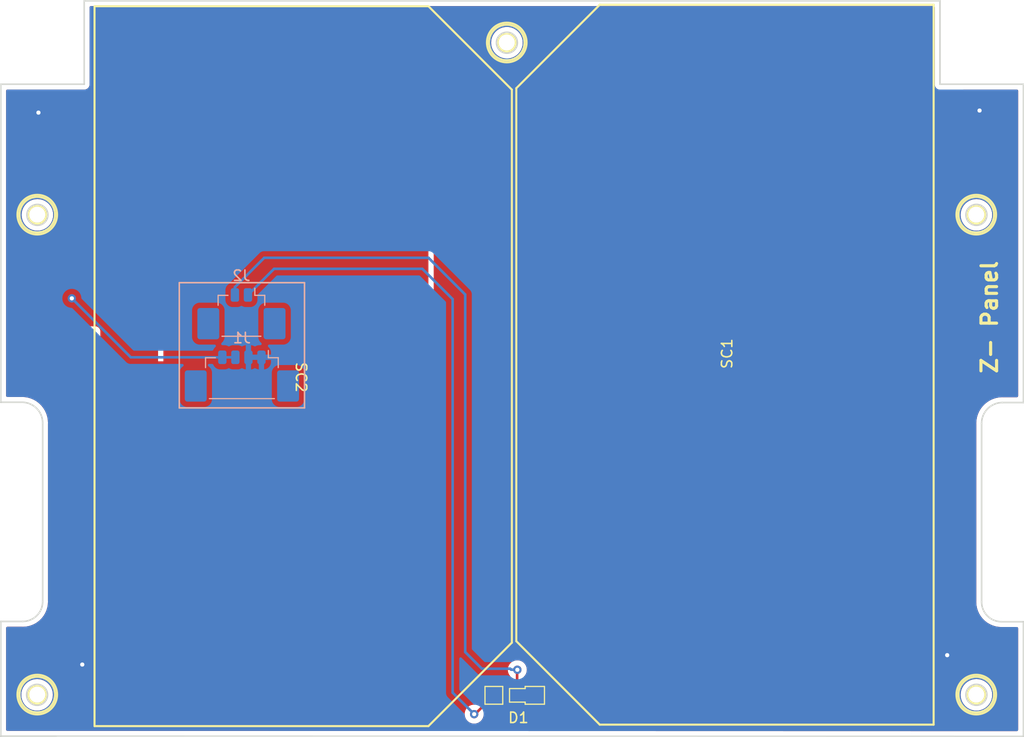
<source format=kicad_pcb>
(kicad_pcb (version 20211014) (generator pcbnew)
  (title_block (title "Z- Panel") (date "2022-06-23") (rev "4") (company "Iowa State University") (comment 1 "Matthew E. Nelson") (comment 2 "Make to Innovate - CySat"))
  (layers (0 "F.Cu" signal) (31 "B.Cu" signal) (34 "B.Paste" user) (35 "F.Paste" user) (36 "B.SilkS" user "B.Silkscreen") (37 "F.SilkS" user "F.Silkscreen") (38 "B.Mask" user) (39 "F.Mask" user) (44 "Edge.Cuts" user))
  (net 0 "")
  (net 1 "VSS")
  (net 2 "VCC")
  (net 3 "Net-(D1-Pad2)")
  (net 4 "Net-(D1-Pad1)")
  (footprint "CySat footprints:Sun_Sensor" (layer "F.Cu") (at 140.9 114.3)
    (fp_text reference "D1" (at 0 2.2) (layer "F.SilkS"))
    (fp_text value "D_Photo")
    (fp_line (start 0.65 0.9) (end 0.65 0.7) (layer "F.SilkS") (width 0.12))
    (fp_line (start 2.5 -0.8) (end 2.5 0.9) (layer "F.SilkS") (width 0.12))
    (fp_line (start -3.2 0.9) (end -3.2 -0.8) (layer "F.SilkS") (width 0.12))
    (fp_line (start -3.2 -0.8) (end -1.5 -0.8) (layer "F.SilkS") (width 0.12))
    (fp_line (start -1.5 0.9) (end -3.2 0.9) (layer "F.SilkS") (width 0.12))
    (fp_line (start 0.65 0.7) (end -0.85 0.7) (layer "F.SilkS") (width 0.12))
    (fp_line (start 0.65 -0.6) (end 0.65 -0.8) (layer "F.SilkS") (width 0.12))
    (fp_line (start 0.65 -0.8) (end 2.5 -0.8) (layer "F.SilkS") (width 0.12))
    (fp_line (start -0.85 -0.6) (end 0.65 -0.6) (layer "F.SilkS") (width 0.12))
    (fp_line (start 2.5 0.9) (end 0.65 0.9) (layer "F.SilkS") (width 0.12))
    (fp_line (start -1.5 -0.8) (end -1.5 0.9) (layer "F.SilkS") (width 0.12))
    (fp_line (start -0.85 0.7) (end -0.85 -0.6) (layer "F.SilkS") (width 0.12))
    (pad "1" smd rect locked (at -0.05 0.05) (size 1.5 1.3) (layers "F.Cu" "F.Paste" "F.Mask") (net 4 "Net-(D1-Pad1)"))
    (pad "1" smd rect locked (at 1.6 0.05 90) (size 1.7 1.85) (layers "F.Cu" "F.Paste" "F.Mask") (net 4 "Net-(D1-Pad1)"))
    (pad "2" smd rect locked (at -2.35 0.05) (size 1.7 1.7) (layers "F.Cu" "F.Paste" "F.Mask") (net 3 "Net-(D1-Pad2)"))
  )
  (footprint "CySat:Spectrolabs_UTJ" (layer "F.Cu") (at 161.4 81.6 90)
    (fp_text reference "SC1" (at 0 -0.5 90 unlocked) (layer "F.SilkS"))
    (fp_text value "Solar_Cell")
    (fp_line (start 25.44 -20.7) (end 33.44 -12.7) (layer "F.SilkS") (width 0.2))
    (fp_line (start 33.44 -12.7) (end 33.44 19.3) (layer "F.SilkS") (width 0.2))
    (fp_line (start 33.44 19.3) (end -35.56 19.3) (layer "F.SilkS") (width 0.2))
    (fp_line (start -27.56 -20.7) (end 25.44 -20.7) (layer "F.SilkS") (width 0.2))
    (fp_line (start -35.56 19.3) (end -35.56 -12.7) (layer "F.SilkS") (width 0.2))
    (fp_line (start -35.56 -12.7) (end -27.56 -20.7) (layer "F.SilkS") (width 0.2))
    (pad "1" smd rect (at -1.27 0 90) (size 58.42 25.4) (layers "F.Cu" "F.Paste" "F.Mask") (net 2 "VCC"))
    (pad "2" smd rect (at -25.52 20.5 270) (size 2.5 2.5) (layers "F.Cu" "F.Paste" "F.Mask") (net 1 "VSS"))
    (pad "2" smd rect (at 18.48 20.5 270) (size 2.5 2.5) (layers "F.Cu" "F.Paste" "F.Mask") (net 1 "VSS"))
    (pad "2" smd rect (at 23.48 20.5 270) (size 2.5 2.5) (layers "F.Cu" "F.Paste" "F.Mask") (net 1 "VSS"))
    (pad "2" smd rect (at -20.52 20.5 270) (size 2.5 2.5) (layers "F.Cu" "F.Paste" "F.Mask") (net 1 "VSS"))
    (pad "3" smd rect (at -3.12 20.5 270) (size 2.5 2.5) (layers "F.Cu" "F.Paste" "F.Mask"))
    (pad "3" smd rect (at 0.88 20.5 270) (size 2.5 2.5) (layers "F.Cu" "F.Paste" "F.Mask"))
  )
  (footprint "CySat:Spectrolabs_UTJ" (layer "F.Cu") (at 119.575 83.86 -90)
    (fp_text reference "SC2" (at 0 -0.5 -90 unlocked) (layer "F.SilkS"))
    (fp_text value "Solar_Cell")
    (fp_line (start -35.56 -12.7) (end -27.56 -20.7) (layer "F.SilkS") (width 0.2))
    (fp_line (start -27.56 -20.7) (end 25.44 -20.7) (layer "F.SilkS") (width 0.2))
    (fp_line (start 33.44 -12.7) (end 33.44 19.3) (layer "F.SilkS") (width 0.2))
    (fp_line (start -35.56 19.3) (end -35.56 -12.7) (layer "F.SilkS") (width 0.2))
    (fp_line (start 25.44 -20.7) (end 33.44 -12.7) (layer "F.SilkS") (width 0.2))
    (fp_line (start 33.44 19.3) (end -35.56 19.3) (layer "F.SilkS") (width 0.2))
    (pad "1" smd rect (at -1.27 0 270) (size 58.42 25.4) (layers "F.Cu" "F.Paste" "F.Mask") (net 2 "VCC"))
    (pad "2" smd rect (at 18.48 20.5 90) (size 2.5 2.5) (layers "F.Cu" "F.Paste" "F.Mask") (net 1 "VSS"))
    (pad "2" smd rect (at -20.52 20.5 90) (size 2.5 2.5) (layers "F.Cu" "F.Paste" "F.Mask") (net 1 "VSS"))
    (pad "2" smd rect (at 23.48 20.5 90) (size 2.5 2.5) (layers "F.Cu" "F.Paste" "F.Mask") (net 1 "VSS"))
    (pad "2" smd rect (at -25.52 20.5 90) (size 2.5 2.5) (layers "F.Cu" "F.Paste" "F.Mask") (net 1 "VSS"))
    (pad "3" smd rect (at -3.12 20.5 90) (size 2.5 2.5) (layers "F.Cu" "F.Paste" "F.Mask"))
    (pad "3" smd rect (at 0.88 20.5 90) (size 2.5 2.5) (layers "F.Cu" "F.Paste" "F.Mask"))
  )
  (footprint "Connector_Molex:Molex_PicoBlade_53398-0471_1x04-1MP_P1.25mm_Vertical" (layer "B.Cu") (at 114.4 83.2 180)
    (fp_text reference "J1" (at 0 3.1 180) (layer "B.SilkS") (effects (justify mirror)))
    (fp_text value "Conn_01x04")
    (fp_line (start -3.115 -2.71) (end 3.115 -2.71) (layer "B.SilkS") (width 0.12))
    (fp_line (start -3.485 1.21) (end -2.535 1.21) (layer "B.SilkS") (width 0.12))
    (fp_line (start 3.485 1.21) (end 2.535 1.21) (layer "B.SilkS") (width 0.12))
    (fp_line (start -3.485 0.26) (end -3.485 1.21) (layer "B.SilkS") (width 0.12))
    (fp_line (start 3.485 0.26) (end 3.485 1.21) (layer "B.SilkS") (width 0.12))
    (fp_line (start -2.535 1.21) (end -2.535 1.9) (layer "B.SilkS") (width 0.12))
    (pad "1" smd roundrect locked (at -1.875 1.25 180) (size 0.8 1.3) (layers "B.Cu" "B.Paste" "B.Mask") (net 1 "VSS"))
    (pad "2" smd roundrect locked (at -0.625 1.25 180) (size 0.8 1.3) (layers "B.Cu" "B.Paste" "B.Mask") (net 1 "VSS"))
    (pad "3" smd roundrect locked (at 0.625 1.25 180) (size 0.8 1.3) (layers "B.Cu" "B.Paste" "B.Mask") (net 2 "VCC"))
    (pad "4" smd roundrect locked (at 1.875 1.25 180) (size 0.8 1.3) (layers "B.Cu" "B.Paste" "B.Mask") (net 2 "VCC"))
    (pad "MP" smd roundrect locked (at 4.425 -1.5 180) (size 2.1 3) (layers "B.Cu" "B.Paste" "B.Mask") (roundrect_rratio 0.1190480952))
    (pad "MP" smd roundrect locked (at -4.425 -1.5 180) (size 2.1 3) (layers "B.Cu" "B.Paste" "B.Mask") (roundrect_rratio 0.1190480952))
  )
  (footprint "Connector_Molex:Molex_PicoBlade_53398-0271_1x02-1MP_P1.25mm_Vertical" (layer "B.Cu") (at 114.354999 77.225001 180)
    (fp_text reference "J2" (at 0 3.1 180) (layer "B.SilkS") (effects (justify mirror)))
    (fp_text value "Conn_01x02")
    (fp_line (start 2.235 1.21) (end 1.285 1.21) (layer "B.SilkS") (width 0.12))
    (fp_line (start -1.285 1.21) (end -1.285 1.9) (layer "B.SilkS") (width 0.12))
    (fp_line (start -2.235 0.26) (end -2.235 1.21) (layer "B.SilkS") (width 0.12))
    (fp_line (start -1.865 -2.71) (end 1.865 -2.71) (layer "B.SilkS") (width 0.12))
    (fp_line (start 2.235 0.26) (end 2.235 1.21) (layer "B.SilkS") (width 0.12))
    (fp_line (start -2.235 1.21) (end -1.285 1.21) (layer "B.SilkS") (width 0.12))
    (pad "1" smd roundrect locked (at -0.625 1.25 180) (size 0.8 1.3) (layers "B.Cu" "B.Paste" "B.Mask") (net 3 "Net-(D1-Pad2)"))
    (pad "2" smd roundrect locked (at 0.625 1.25 180) (size 0.8 1.3) (layers "B.Cu" "B.Paste" "B.Mask") (net 4 "Net-(D1-Pad1)"))
    (pad "MP" smd roundrect locked (at 3.175 -1.5 180) (size 2.1 3) (layers "B.Cu" "B.Paste" "B.Mask") (roundrect_rratio 0.1190480952))
    (pad "MP" smd roundrect locked (at -3.175 -1.5 180) (size 2.1 3) (layers "B.Cu" "B.Paste" "B.Mask") (roundrect_rratio 0.1190480952))
  )
  (gr_line (start 108.4 74.8) (end 120.4 74.8) (layer "B.SilkS") (width 0.15))
  (gr_line (start 120.4 86.8) (end 108.4 86.8) (layer "B.SilkS") (width 0.15))
  (gr_line (start 120.4 74.8) (end 120.4 86.8) (layer "B.SilkS") (width 0.15))
  (gr_line (start 108.4 86.8) (end 108.4 74.8) (layer "B.SilkS") (width 0.15))
  (gr_arc (start 95.535673 68.71203) (mid 95.218686 69.029017) (end 94.785673 69.145042) (layer "F.SilkS") (width 0.2))
  (gr_circle (center 94.785673 114.279017) (end 96.685673 114.279017) (layer "F.SilkS") (width 0.2) (fill none))
  (gr_arc (start 94.035672 113.846004) (mid 94.35266 113.529016) (end 94.785673 113.412991) (layer "F.SilkS") (width 0.2))
  (gr_arc (start 184.785673 113.412991) (mid 185.218686 113.529016) (end 185.535673 113.846004) (layer "F.SilkS") (width 0.2))
  (gr_arc (start 184.785673 67.412991) (mid 185.218686 67.529016) (end 185.535673 67.846004) (layer "F.SilkS") (width 0.2))
  (gr_arc (start 139.785672 52.645042) (mid 139.35266 52.529016) (end 139.035673 52.212029) (layer "F.SilkS") (width 0.2))
  (gr_arc (start 95.535672 67.846004) (mid 95.651698 68.279016) (end 95.535673 68.712029) (layer "F.SilkS") (width 0.2))
  (gr_arc (start 184.785672 115.145042) (mid 184.35266 115.029016) (end 184.035673 114.712029) (layer "F.SilkS") (width 0.2))
  (gr_arc (start 139.035673 52.21203) (mid 138.919647 51.779017) (end 139.035673 51.346004) (layer "F.SilkS") (width 0.2))
  (gr_arc (start 184.035672 67.846004) (mid 184.35266 67.529016) (end 184.785673 67.412991) (layer "F.SilkS") (width 0.2))
  (gr_circle (center 184.785673 68.279017) (end 186.495673 68.279017) (layer "F.SilkS") (width 0.2) (fill none))
  (gr_circle (center 139.785673 51.779017) (end 141.685673 51.779017) (layer "F.SilkS") (width 0.2) (fill none))
  (gr_arc (start 185.535672 113.846004) (mid 185.651698 114.279016) (end 185.535673 114.712029) (layer "F.SilkS") (width 0.2))
  (gr_arc (start 94.035672 67.846004) (mid 94.35266 67.529016) (end 94.785673 67.412991) (layer "F.SilkS") (width 0.2))
  (gr_arc (start 184.035673 114.71203) (mid 183.919647 114.279017) (end 184.035673 113.846004) (layer "F.SilkS") (width 0.2))
  (gr_circle (center 184.785673 68.279017) (end 186.685673 68.279017) (layer "F.SilkS") (width 0.2) (fill none))
  (gr_arc (start 139.035672 51.346004) (mid 139.35266 51.029016) (end 139.785673 50.912991) (layer "F.SilkS") (width 0.2))
  (gr_arc (start 185.535673 114.71203) (mid 185.218686 115.029017) (end 184.785673 115.145042) (layer "F.SilkS") (width 0.2))
  (gr_circle (center 184.785673 114.279017) (end 186.685673 114.279017) (layer "F.SilkS") (width 0.2) (fill none))
  (gr_arc (start 139.785673 50.912991) (mid 140.218686 51.029016) (end 140.535673 51.346004) (layer "F.SilkS") (width 0.2))
  (gr_arc (start 185.535672 67.846004) (mid 185.651698 68.279016) (end 185.535673 68.712029) (layer "F.SilkS") (width 0.2))
  (gr_arc (start 94.785672 69.145042) (mid 94.35266 69.029016) (end 94.035673 68.712029) (layer "F.SilkS") (width 0.2))
  (gr_arc (start 184.785672 69.145042) (mid 184.35266 69.029016) (end 184.035673 68.712029) (layer "F.SilkS") (width 0.2))
  (gr_circle (center 94.785673 68.279017) (end 96.495673 68.279017) (layer "F.SilkS") (width 0.2) (fill none))
  (gr_arc (start 94.785673 67.412991) (mid 95.218686 67.529016) (end 95.535673 67.846004) (layer "F.SilkS") (width 0.2))
  (gr_arc (start 184.035672 113.846004) (mid 184.35266 113.529016) (end 184.785673 113.412991) (layer "F.SilkS") (width 0.2))
  (gr_circle (center 139.785673 51.779017) (end 141.495673 51.779017) (layer "F.SilkS") (width 0.2) (fill none))
  (gr_circle (center 184.785673 114.279017) (end 186.495673 114.279017) (layer "F.SilkS") (width 0.2) (fill none))
  (gr_arc (start 95.535672 113.846004) (mid 95.651698 114.279016) (end 95.535673 114.712029) (layer "F.SilkS") (width 0.2))
  (gr_arc (start 94.785673 113.412991) (mid 95.218686 113.529016) (end 95.535673 113.846004) (layer "F.SilkS") (width 0.2))
  (gr_arc (start 94.785672 115.145042) (mid 94.35266 115.029016) (end 94.035673 114.712029) (layer "F.SilkS") (width 0.2))
  (gr_arc (start 140.535673 52.21203) (mid 140.218686 52.529017) (end 139.785673 52.645042) (layer "F.SilkS") (width 0.2))
  (gr_arc (start 94.035673 68.71203) (mid 93.919647 68.279017) (end 94.035673 67.846004) (layer "F.SilkS") (width 0.2))
  (gr_arc (start 94.035673 114.71203) (mid 93.919647 114.279017) (end 94.035673 113.846004) (layer "F.SilkS") (width 0.2))
  (gr_arc (start 184.035673 68.71203) (mid 183.919647 68.279017) (end 184.035673 67.846004) (layer "F.SilkS") (width 0.2))
  (gr_arc (start 95.535673 114.71203) (mid 95.218686 115.029017) (end 94.785673 115.145042) (layer "F.SilkS") (width 0.2))
  (gr_circle (center 94.785673 114.279017) (end 96.495673 114.279017) (layer "F.SilkS") (width 0.2) (fill none))
  (gr_arc (start 140.535672 51.346004) (mid 140.651698 51.779016) (end 140.535673 52.212029) (layer "F.SilkS") (width 0.2))
  (gr_circle (center 94.785673 68.279017) (end 96.685673 68.279017) (layer "F.SilkS") (width 0.2) (fill none))
  (gr_arc (start 185.535673 68.71203) (mid 185.218686 69.029017) (end 184.785673 69.145042) (layer "F.SilkS") (width 0.2))
  (gr_circle (center 184.8 114.3) (end 184.8302 113.2974) (layer "Edge.Cuts") (width 0.15) (fill none))
  (gr_circle (center 184.8 68.3) (end 184.8302 67.2974) (layer "Edge.Cuts") (width 0.15) (fill none))
  (gr_circle (center 94.8 68.3) (end 94.8302 67.2974) (layer "Edge.Cuts") (width 0.15) (fill none))
  (gr_circle (center 139.8 51.8) (end 139.8302 50.7974) (layer "Edge.Cuts") (width 0.15) (fill none))
  (gr_line (start 189.3086 118.2904) (end 189.3086 107.2922) (layer "Edge.Cuts") (width 0.15))
  (gr_line (start 181.3076 55.781) (end 181.3076 47.78) (layer "Edge.Cuts") (width 0.15))
  (gr_line (start 91.29 107.2668) (end 93.3982 107.2668) (layer "Edge.Cuts") (width 0.15))
  (gr_line (start 91.29 118.265) (end 91.29 107.2668) (layer "Edge.Cuts") (width 0.15))
  (gr_line (start 189.3086 86.2864) (end 189.3086 55.781) (layer "Edge.Cuts") (width 0.15))
  (gr_line (start 189.3086 55.781) (end 181.3076 55.781) (layer "Edge.Cuts") (width 0.15))
  (gr_line (start 181.3076 47.78) (end 99.291 47.78) (layer "Edge.Cuts") (width 0.15))
  (gr_line (start 185.2954 105.3872) (end 185.29524 88.292999) (layer "Edge.Cuts") (width 0.15))
  (gr_line (start 91.29 118.265) (end 189.3086 118.2904) (layer "Edge.Cuts") (width 0.15))
  (gr_line (start 93.322 86.261) (end 91.29 86.261) (layer "Edge.Cuts") (width 0.15))
  (gr_line (start 99.291 47.78) (end 99.291 55.781) (layer "Edge.Cuts") (width 0.15))
  (gr_arc (start 187.2004 107.2922) (mid 185.853362 106.734238) (end 185.2954 105.3872) (layer "Edge.Cuts") (width 0.15))
  (gr_arc (start 95.3032 105.3618) (mid 94.745238 106.708838) (end 93.3982 107.2668) (layer "Edge.Cuts") (width 0.15))
  (gr_line (start 189.3086 107.2922) (end 187.2004 107.2922) (layer "Edge.Cuts") (width 0.15))
  (gr_arc (start 185.29524 88.292999) (mid 185.874055 86.883015) (end 187.276601 86.286401) (layer "Edge.Cuts") (width 0.15))
  (gr_line (start 99.291 55.781) (end 91.29 55.781) (layer "Edge.Cuts") (width 0.15))
  (gr_arc (start 93.322 86.261) (mid 94.72292 86.84128) (end 95.3032 88.2422) (layer "Edge.Cuts") (width 0.15))
  (gr_line (start 187.276601 86.286401) (end 189.3086 86.2864) (layer "Edge.Cuts") (width 0.15))
  (gr_line (start 95.3032 105.3618) (end 95.3032 88.2422) (layer "Edge.Cuts") (width 0.15))
  (gr_line (start 91.29 55.781) (end 91.29 86.261) (layer "Edge.Cuts") (width 0.15))
  (gr_circle (center 94.7698 114.3026) (end 94.8 113.3) (layer "Edge.Cuts") (width 0.15) (fill none))
  (gr_text "Z- Panel" (at 186.055 78.105 90) (layer "F.SilkS") (effects (font (size 1.5 1.5) (thickness 0.3))))
  (segment (start 99.075 102.34) (end 99.075 107.34) (width 0.25) (layer "F.Cu") (net 1))
  (segment (start 184.92 58.12) (end 185.1 58.3) (width 0.25) (layer "F.Cu") (net 1))
  (segment (start 99.075 107.34) (end 99.075 111.375) (width 0.25) (layer "F.Cu") (net 1))
  (segment (start 99.075 111.375) (end 99.1 111.4) (width 0.25) (layer "F.Cu") (net 1))
  (segment (start 181.9 110.4) (end 182 110.5) (width 0.25) (layer "F.Cu") (net 1))
  (segment (start 181.9 102.12) (end 181.9 107.12) (width 0.25) (layer "F.Cu") (net 1))
  (segment (start 181.9 107.12) (end 181.9 110.4) (width 0.25) (layer "F.Cu") (net 1))
  (segment (start 181.9 58.12) (end 184.92 58.12) (width 0.25) (layer "F.Cu") (net 1))
  (segment (start 99.075 58.34) (end 99.075 63.34) (width 0.25) (layer "F.Cu") (net 1))
  (segment (start 95.06 58.34) (end 94.9 58.5) (width 0.25) (layer "F.Cu") (net 1))
  (segment (start 99.075 58.34) (end 95.06 58.34) (width 0.25) (layer "F.Cu") (net 1))
  (segment (start 181.9 58.12) (end 181.9 63.12) (width 0.25) (layer "F.Cu") (net 1))
  (via (at 182 110.5) (size 0.8) (drill 0.4) (layers "F.Cu" "B.Cu") (net 1))
  (via (at 94.9 58.5) (size 0.8) (drill 0.4) (layers "F.Cu" "B.Cu") (net 1))
  (via (at 99.1 111.4) (size 0.8) (drill 0.4) (layers "F.Cu" "B.Cu") (net 1))
  (via (at 185.1 58.3) (size 0.8) (drill 0.4) (layers "F.Cu" "B.Cu") (net 1))
  (via (at 98.1 76.3) (size 0.8) (drill 0.4) (layers "F.Cu" "B.Cu") (net 2))
  (segment (start 112.525 81.95) (end 113.775 81.95) (width 0.25) (layer "B.Cu") (net 2))
  (segment (start 103.75 81.95) (end 98.1 76.3) (width 0.25) (layer "B.Cu") (net 2))
  (segment (start 112.525 81.95) (end 103.75 81.95) (width 0.25) (layer "B.Cu") (net 2))
  (segment (start 136.66636 116.15) (end 136.66216 116.1542) (width 0.25) (layer "F.Cu") (net 3))
  (segment (start 136.66216 116.1542) (end 136.7458 116.1542) (width 0.25) (layer "F.Cu") (net 3))
  (segment (start 136.7458 116.1542) (end 138.55 114.35) (width 0.25) (layer "F.Cu") (net 3))
  (via (at 136.66216 116.1542) (size 0.8) (drill 0.4) (layers "F.Cu" "B.Cu") (net 3))
  (segment (start 131.69392 73.47204) (end 117.48296 73.47204) (width 0.25) (layer "B.Cu") (net 3))
  (segment (start 134.59968 114.09172) (end 134.59968 76.3778) (width 0.25) (layer "B.Cu") (net 3))
  (segment (start 134.59968 76.3778) (end 131.69392 73.47204) (width 0.25) (layer "B.Cu") (net 3))
  (segment (start 117.48296 73.47204) (end 114.979999 75.975001) (width 0.25) (layer "B.Cu") (net 3))
  (segment (start 136.66216 116.1542) (end 134.59968 114.09172) (width 0.25) (layer "B.Cu") (net 3))
  (segment (start 140.77696 114.27696) (end 140.85 114.35) (width 0.25) (layer "F.Cu") (net 4))
  (segment (start 140.77696 111.89208) (end 140.77696 114.27696) (width 0.25) (layer "F.Cu") (net 4))
  (via (at 140.8 111.9) (size 0.8) (drill 0.4) (layers "F.Cu" "B.Cu") (net 4))
  (segment (start 140.77696 111.89208) (end 140.211275 111.89208) (width 0.25) (layer "B.Cu") (net 4))
  (segment (start 137.4013 111.7981) (end 135.8011 110.1979) (width 0.25) (layer "B.Cu") (net 4))
  (segment (start 116.5396 72.4154) (end 113.729999 75.225001) (width 0.25) (layer "B.Cu") (net 4))
  (segment (start 135.8011 75.9333) (end 132.2832 72.4154) (width 0.25) (layer "B.Cu") (net 4))
  (segment (start 140.117295 111.7981) (end 137.4013 111.7981) (width 0.25) (layer "B.Cu") (net 4))
  (segment (start 113.729999 75.225001) (end 113.729999 75.975001) (width 0.25) (layer "B.Cu") (net 4))
  (segment (start 135.8011 110.1979) (end 135.8011 75.9333) (width 0.25) (layer "B.Cu") (net 4))
  (segment (start 140.211275 111.89208) (end 140.117295 111.7981) (width 0.25) (layer "B.Cu") (net 4))
  (segment (start 132.2832 72.4154) (end 116.5396 72.4154) (width 0.25) (layer "B.Cu") (net 4))
  (zone (net 2) (net_name "VCC") (layer "F.Cu") (connect_pads (clearance 0.508)) (min_thickness 0.254) (fill yes (thermal_gap 0.508) (thermal_bridge_width 0.508))
    (polygon (pts (xy 181.3052 47.79264) (xy 181.31536 55.7784) (xy 189.31636 55.79872) (xy 189.3062 86.27872) (xy 187.2742 86.29396) (xy 186.7408 86.36508) (xy 186.1312 86.65464) (xy 185.76544 87.01024) (xy 185.42 87.57412) (xy 185.30824 88.02624) (xy 185.293 88.48852) (xy 185.28792 105.43032) (xy 185.35396 105.91292) (xy 185.547 106.33456) (xy 186.0042 106.9086) (xy 186.4106 107.12704) (xy 186.97448 107.27436) (xy 187.15736 107.29976) (xy 189.3062 107.29976) (xy 189.30112 118.26748) (xy 91.29268 118.2624) (xy 91.29776 107.2642) (xy 93.3958 107.2642) (xy 93.67012 107.24388) (xy 94.2594 107.07624) (xy 94.6658 106.78668) (xy 94.94012 106.5022) (xy 95.23476 105.90276) (xy 95.30588 105.36428) (xy 95.30588 105.2576) (xy 95.3008 88.25992) (xy 95.23476 87.65032) (xy 94.96044 87.14232) (xy 94.62516 86.75116) (xy 94.18828 86.4616) (xy 93.69044 86.29904) (xy 93.30944 86.26348) (xy 91.29776 86.25332) (xy 91.29268 55.78348) (xy 99.29368 55.78348) (xy 99.30892 47.77232)))
  )
  (zone (net 1) (net_name "VSS") (layer "B.Cu") (connect_pads (clearance 0.508)) (min_thickness 0.254) (fill yes (thermal_gap 0.508) (thermal_bridge_width 0.508))
    (polygon (pts (xy 181.3052 47.79264) (xy 181.31536 55.7784) (xy 189.31636 55.79872) (xy 189.3062 86.27872) (xy 187.2742 86.29396) (xy 186.7408 86.36508) (xy 186.1312 86.65464) (xy 185.76544 87.01024) (xy 185.42 87.57412) (xy 185.30824 88.02624) (xy 185.293 88.48852) (xy 185.28792 105.43032) (xy 185.35396 105.91292) (xy 185.547 106.33456) (xy 186.0042 106.9086) (xy 186.4106 107.12704) (xy 186.97448 107.27436) (xy 187.15736 107.29976) (xy 189.3062 107.29976) (xy 189.30112 118.26748) (xy 91.29268 118.2624) (xy 91.29776 107.2642) (xy 93.3958 107.2642) (xy 93.67012 107.24388) (xy 94.2594 107.07624) (xy 94.6658 106.78668) (xy 94.94012 106.5022) (xy 95.23476 105.90276) (xy 95.30588 105.36428) (xy 95.30588 105.2576) (xy 95.3008 88.25992) (xy 95.23476 87.65032) (xy 94.96044 87.14232) (xy 94.62516 86.75116) (xy 94.18828 86.4616) (xy 93.69044 86.29904) (xy 93.30944 86.26348) (xy 91.29776 86.25332) (xy 91.29268 55.78348) (xy 99.29368 55.78348) (xy 99.30892 47.77232)))
  )
)
</source>
